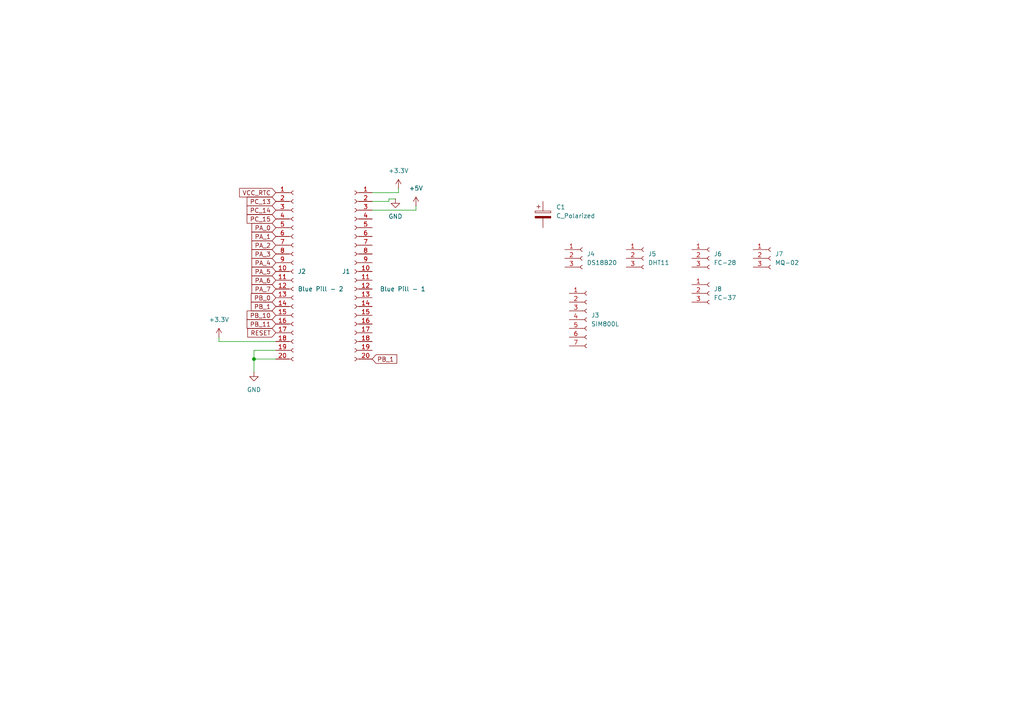
<source format=kicad_sch>
(kicad_sch (version 20250114) (generator "eeschema") (generator_version "9.0")
  (paper "A4")
  (lib_symbols
    (symbol "Connector:Conn_01x03_Socket" (pin_names (offset 1.016) (hide yes))
      (property "Reference" "J" (at 0 5.08 0))
      (property "Value" "Conn_01x03_Socket" (at 0 -5.08 0))
      (symbol "Conn_01x03_Socket_1_1"
        (polyline (pts (xy -1.27 2.54) (xy -0.508 2.54)) (stroke (width 0.1524)))
        (polyline (pts (xy -1.27 0) (xy -0.508 0)) (stroke (width 0.1524)))
        (polyline (pts (xy -1.27 -2.54) (xy -0.508 -2.54)) (stroke (width 0.1524)))
        (arc (start 0 2.032) (mid -0.5058 2.54) (end 0 3.048) (stroke (width 0.1524)))
        (arc (start 0 -0.508) (mid -0.5058 0) (end 0 0.508) (stroke (width 0.1524)))
        (arc (start 0 -3.048) (mid -0.5058 -2.54) (end 0 -2.032) (stroke (width 0.1524)))
        (pin passive line (at -5.08 2.54 0) (length 3.81) (name "Pin_1") (number "1"))
        (pin passive line (at -5.08 0 0) (length 3.81) (name "Pin_2") (number "2"))
        (pin passive line (at -5.08 -2.54 0) (length 3.81) (name "Pin_3") (number "3"))
      )
    )
    (symbol "Connector:Conn_01x07_Socket" (pin_names (offset 1.016) (hide yes))
      (property "Reference" "J" (at 0 10.16 0))
      (property "Value" "Conn_01x07_Socket" (at 0 -10.16 0))
      (symbol "Conn_01x07_Socket_1_1"
        (polyline (pts (xy -1.27 7.62) (xy -0.508 7.62)) (stroke (width 0.1524)))
        (polyline (pts (xy -1.27 5.08) (xy -0.508 5.08)) (stroke (width 0.1524)))
        (polyline (pts (xy -1.27 2.54) (xy -0.508 2.54)) (stroke (width 0.1524)))
        (polyline (pts (xy -1.27 0) (xy -0.508 0)) (stroke (width 0.1524)))
        (polyline (pts (xy -1.27 -2.54) (xy -0.508 -2.54)) (stroke (width 0.1524)))
        (polyline (pts (xy -1.27 -5.08) (xy -0.508 -5.08)) (stroke (width 0.1524)))
        (polyline (pts (xy -1.27 -7.62) (xy -0.508 -7.62)) (stroke (width 0.1524)))
        (arc (start 0 7.112) (mid -0.5058 7.62) (end 0 8.128) (stroke (width 0.1524)))
        (arc (start 0 4.572) (mid -0.5058 5.08) (end 0 5.588) (stroke (width 0.1524)))
        (arc (start 0 2.032) (mid -0.5058 2.54) (end 0 3.048) (stroke (width 0.1524)))
        (arc (start 0 -0.508) (mid -0.5058 0) (end 0 0.508) (stroke (width 0.1524)))
        (arc (start 0 -3.048) (mid -0.5058 -2.54) (end 0 -2.032) (stroke (width 0.1524)))
        (arc (start 0 -5.588) (mid -0.5058 -5.08) (end 0 -4.572) (stroke (width 0.1524)))
        (arc (start 0 -8.128) (mid -0.5058 -7.62) (end 0 -7.112) (stroke (width 0.1524)))
        (pin passive line (at -5.08 7.62 0) (length 3.81) (name "Pin_1") (number "1"))
        (pin passive line (at -5.08 5.08 0) (length 3.81) (name "Pin_2") (number "2"))
        (pin passive line (at -5.08 2.54 0) (length 3.81) (name "Pin_3") (number "3"))
        (pin passive line (at -5.08 0 0) (length 3.81) (name "Pin_4") (number "4"))
        (pin passive line (at -5.08 -2.54 0) (length 3.81) (name "Pin_5") (number "5"))
        (pin passive line (at -5.08 -5.08 0) (length 3.81) (name "Pin_6") (number "6"))
        (pin passive line (at -5.08 -7.62 0) (length 3.81) (name "Pin_7") (number "7"))
      )
    )
    (symbol "Connector:Conn_01x20_Socket" (pin_names (offset 1.016) (hide yes))
      (property "Reference" "J" (at 0 25.4 0))
      (property "Value" "Conn_01x20_Socket" (at 0 -27.94 0))
      (symbol "Conn_01x20_Socket_1_1"
        (polyline (pts (xy -1.27 22.86) (xy -0.508 22.86)) (stroke (width 0.1524)))
        (polyline (pts (xy -1.27 20.32) (xy -0.508 20.32)) (stroke (width 0.1524)))
        (polyline (pts (xy -1.27 17.78) (xy -0.508 17.78)) (stroke (width 0.1524)))
        (polyline (pts (xy -1.27 15.24) (xy -0.508 15.24)) (stroke (width 0.1524)))
        (polyline (pts (xy -1.27 12.7) (xy -0.508 12.7)) (stroke (width 0.1524)))
        (polyline (pts (xy -1.27 10.16) (xy -0.508 10.16)) (stroke (width 0.1524)))
        (polyline (pts (xy -1.27 7.62) (xy -0.508 7.62)) (stroke (width 0.1524)))
        (polyline (pts (xy -1.27 5.08) (xy -0.508 5.08)) (stroke (width 0.1524)))
        (polyline (pts (xy -1.27 2.54) (xy -0.508 2.54)) (stroke (width 0.1524)))
        (polyline (pts (xy -1.27 0) (xy -0.508 0)) (stroke (width 0.1524)))
        (polyline (pts (xy -1.27 -2.54) (xy -0.508 -2.54)) (stroke (width 0.1524)))
        (polyline (pts (xy -1.27 -5.08) (xy -0.508 -5.08)) (stroke (width 0.1524)))
        (polyline (pts (xy -1.27 -7.62) (xy -0.508 -7.62)) (stroke (width 0.1524)))
        (polyline (pts (xy -1.27 -10.16) (xy -0.508 -10.16)) (stroke (width 0.1524)))
        (polyline (pts (xy -1.27 -12.7) (xy -0.508 -12.7)) (stroke (width 0.1524)))
        (polyline (pts (xy -1.27 -15.24) (xy -0.508 -15.24)) (stroke (width 0.1524)))
        (polyline (pts (xy -1.27 -17.78) (xy -0.508 -17.78)) (stroke (width 0.1524)))
        (polyline (pts (xy -1.27 -20.32) (xy -0.508 -20.32)) (stroke (width 0.1524)))
        (polyline (pts (xy -1.27 -22.86) (xy -0.508 -22.86)) (stroke (width 0.1524)))
        (polyline (pts (xy -1.27 -25.4) (xy -0.508 -25.4)) (stroke (width 0.1524)))
        (arc (start 0 22.352) (mid -0.5058 22.86) (end 0 23.368) (stroke (width 0.1524)))
        (arc (start 0 19.812) (mid -0.5058 20.32) (end 0 20.828) (stroke (width 0.1524)))
        (arc (start 0 17.272) (mid -0.5058 17.78) (end 0 18.288) (stroke (width 0.1524)))
        (arc (start 0 14.732) (mid -0.5058 15.24) (end 0 15.748) (stroke (width 0.1524)))
        (arc (start 0 12.192) (mid -0.5058 12.7) (end 0 13.208) (stroke (width 0.1524)))
        (arc (start 0 9.652) (mid -0.5058 10.16) (end 0 10.668) (stroke (width 0.1524)))
        (arc (start 0 7.112) (mid -0.5058 7.62) (end 0 8.128) (stroke (width 0.1524)))
        (arc (start 0 4.572) (mid -0.5058 5.08) (end 0 5.588) (stroke (width 0.1524)))
        (arc (start 0 2.032) (mid -0.5058 2.54) (end 0 3.048) (stroke (width 0.1524)))
        (arc (start 0 -0.508) (mid -0.5058 0) (end 0 0.508) (stroke (width 0.1524)))
        (arc (start 0 -3.048) (mid -0.5058 -2.54) (end 0 -2.032) (stroke (width 0.1524)))
        (arc (start 0 -5.588) (mid -0.5058 -5.08) (end 0 -4.572) (stroke (width 0.1524)))
        (arc (start 0 -8.128) (mid -0.5058 -7.62) (end 0 -7.112) (stroke (width 0.1524)))
        (arc (start 0 -10.668) (mid -0.5058 -10.16) (end 0 -9.652) (stroke (width 0.1524)))
        (arc (start 0 -13.208) (mid -0.5058 -12.7) (end 0 -12.192) (stroke (width 0.1524)))
        (arc (start 0 -15.748) (mid -0.5058 -15.24) (end 0 -14.732) (stroke (width 0.1524)))
        (arc (start 0 -18.288) (mid -0.5058 -17.78) (end 0 -17.272) (stroke (width 0.1524)))
        (arc (start 0 -20.828) (mid -0.5058 -20.32) (end 0 -19.812) (stroke (width 0.1524)))
        (arc (start 0 -23.368) (mid -0.5058 -22.86) (end 0 -22.352) (stroke (width 0.1524)))
        (arc (start 0 -25.908) (mid -0.5058 -25.4) (end 0 -24.892) (stroke (width 0.1524)))
        (pin passive line (at -5.08 22.86 0) (length 3.81) (name "Pin_1") (number "1"))
        (pin passive line (at -5.08 20.32 0) (length 3.81) (name "Pin_2") (number "2"))
        (pin passive line (at -5.08 17.78 0) (length 3.81) (name "Pin_3") (number "3"))
        (pin passive line (at -5.08 15.24 0) (length 3.81) (name "Pin_4") (number "4"))
        (pin passive line (at -5.08 12.7 0) (length 3.81) (name "Pin_5") (number "5"))
        (pin passive line (at -5.08 10.16 0) (length 3.81) (name "Pin_6") (number "6"))
        (pin passive line (at -5.08 7.62 0) (length 3.81) (name "Pin_7") (number "7"))
        (pin passive line (at -5.08 5.08 0) (length 3.81) (name "Pin_8") (number "8"))
        (pin passive line (at -5.08 2.54 0) (length 3.81) (name "Pin_9") (number "9"))
        (pin passive line (at -5.08 0 0) (length 3.81) (name "Pin_10") (number "10"))
        (pin passive line (at -5.08 -2.54 0) (length 3.81) (name "Pin_11") (number "11"))
        (pin passive line (at -5.08 -5.08 0) (length 3.81) (name "Pin_12") (number "12"))
        (pin passive line (at -5.08 -7.62 0) (length 3.81) (name "Pin_13") (number "13"))
        (pin passive line (at -5.08 -10.16 0) (length 3.81) (name "Pin_14") (number "14"))
        (pin passive line (at -5.08 -12.7 0) (length 3.81) (name "Pin_15") (number "15"))
        (pin passive line (at -5.08 -15.24 0) (length 3.81) (name "Pin_16") (number "16"))
        (pin passive line (at -5.08 -17.78 0) (length 3.81) (name "Pin_17") (number "17"))
        (pin passive line (at -5.08 -20.32 0) (length 3.81) (name "Pin_18") (number "18"))
        (pin passive line (at -5.08 -22.86 0) (length 3.81) (name "Pin_19") (number "19"))
        (pin passive line (at -5.08 -25.4 0) (length 3.81) (name "Pin_20") (number "20"))
      )
    )
    (symbol "Device:C_Polarized" (pin_numbers (hide yes)) (pin_names (offset 0.254))
      (property "Reference" "C" (at 0.635 2.54 0))
      (property "Value" "C_Polarized" (at 0.635 -2.54 0))
      (symbol "C_Polarized_0_1"
        (rectangle (start -2.286 0.508) (end 2.286 1.016))
        (polyline (pts (xy -1.778 2.286) (xy -0.762 2.286)))
        (polyline (pts (xy -1.27 2.794) (xy -1.27 1.778)))
        (rectangle (start 2.286 -0.508) (end -2.286 -1.016) (fill (type outline)))
      )
      (symbol "C_Polarized_1_1"
        (pin passive line (at 0 3.81 270) (length 2.794) (name "~") (number "1"))
        (pin passive line (at 0 -3.81 90) (length 2.794) (name "~") (number "2"))
      )
    )
    (symbol "power:+3.3V" (power) (pin_numbers (hide yes)) (pin_names (offset 0) (hide yes))
      (property "Value" "+3.3V" (at 0 3.556 0))
      (symbol "+3.3V_0_1"
        (polyline (pts (xy -0.762 1.27) (xy 0 2.54)))
        (polyline (pts (xy 0 2.54) (xy 0.762 1.27)))
        (polyline (pts (xy 0 0) (xy 0 2.54)))
      )
      (symbol "+3.3V_1_1"
        (pin power_in line (at 0 0 90) (length 0) (name "~") (number "1"))
      )
    )
    (symbol "power:+5V" (power) (pin_numbers (hide yes)) (pin_names (offset 0) (hide yes))
      (property "Value" "+5V" (at 0 3.556 0))
      (symbol "+5V_0_1"
        (polyline (pts (xy -0.762 1.27) (xy 0 2.54)))
        (polyline (pts (xy 0 2.54) (xy 0.762 1.27)))
        (polyline (pts (xy 0 0) (xy 0 2.54)))
      )
      (symbol "+5V_1_1"
        (pin power_in line (at 0 0 90) (length 0) (name "~") (number "1"))
      )
    )
    (symbol "power:GND" (power) (pin_numbers (hide yes)) (pin_names (offset 0) (hide yes))
      (property "Value" "GND" (at 0 -3.81 0))
      (symbol "GND_0_1"
        (polyline (pts (xy 0 0) (xy 0 -1.27) (xy 1.27 -1.27) (xy 0 -2.54) (xy -1.27 -1.27) (xy 0 -1.27)))
      )
      (symbol "GND_1_1"
        (pin power_in line (at 0 0 270) (length 0) (name "~") (number "1"))
      )
    )
  )
  (junction (at 73.66 104.14))
  (wire (pts (xy 63.5 99.06) (xy 63.5 97.79)))
  (wire (pts (xy 63.5 99.06) (xy 80.01 99.06)))
  (wire (pts (xy 73.66 107.95) (xy 73.66 104.14)))
  (wire (pts (xy 107.95 55.88) (xy 115.57 55.88)))
  (wire (pts (xy 73.66 101.6) (xy 73.66 104.14)))
  (wire (pts (xy 80.01 101.6) (xy 73.66 101.6)))
  (wire (pts (xy 112.8055 58.42) (xy 107.95 58.42)))
  (wire (pts (xy 112.8055 57.6974) (xy 112.8055 58.42)))
  (wire (pts (xy 120.65 59.69) (xy 120.65 60.96)))
  (wire (pts (xy 115.57 55.88) (xy 115.57 54.61)))
  (wire (pts (xy 73.66 104.14) (xy 80.01 104.14)))
  (wire (pts (xy 120.65 60.96) (xy 107.95 60.96)))
  (wire (pts (xy 112.8055 57.6974) (xy 114.6909 57.6974)))
  (global_label "PA_5" (shape input) (at 80.01 78.74 180) (property "Intersheetrefs" "${INTERSHEET_REFS}" (effects (hide yes))))
  (global_label "PC_13" (shape input) (at 80.01 58.42 180) (property "Intersheetrefs" "${INTERSHEET_REFS}" (effects (hide yes))))
  (global_label "PA_4" (shape input) (at 80.01 76.2 180) (property "Intersheetrefs" "${INTERSHEET_REFS}" (effects (hide yes))))
  (global_label "PA_7" (shape input) (at 80.01 83.82 180) (property "Intersheetrefs" "${INTERSHEET_REFS}" (effects (hide yes))))
  (global_label "VCC_RTC" (shape input) (at 80.01 55.88 180) (property "Intersheetrefs" "${INTERSHEET_REFS}" (effects (hide yes))))
  (global_label "PC_15" (shape input) (at 80.01 63.5 180) (property "Intersheetrefs" "${INTERSHEET_REFS}" (effects (hide yes))))
  (global_label "PC_14" (shape input) (at 80.01 60.96 180) (property "Intersheetrefs" "${INTERSHEET_REFS}" (effects (hide yes))))
  (global_label "PA_3" (shape input) (at 80.01 73.66 180) (property "Intersheetrefs" "${INTERSHEET_REFS}" (effects (hide yes))))
  (global_label "PA_0" (shape input) (at 80.01 66.04 180) (property "Intersheetrefs" "${INTERSHEET_REFS}" (effects (hide yes))))
  (global_label "PA_1" (shape input) (at 80.01 68.58 180) (property "Intersheetrefs" "${INTERSHEET_REFS}" (effects (hide yes))))
  (global_label "PA_6" (shape input) (at 80.01 81.28 180) (property "Intersheetrefs" "${INTERSHEET_REFS}" (effects (hide yes))))
  (global_label "PB_1" (shape input) (at 107.95 104.14 0) (property "Intersheetrefs" "${INTERSHEET_REFS}" (effects (hide yes))))
  (global_label "PB_11" (shape input) (at 80.01 93.98 180) (property "Intersheetrefs" "${INTERSHEET_REFS}" (effects (hide yes))))
  (global_label "PB_10" (shape input) (at 80.01 91.44 180) (property "Intersheetrefs" "${INTERSHEET_REFS}" (effects (hide yes))))
  (global_label "PB_1" (shape input) (at 80.01 88.9 180) (property "Intersheetrefs" "${INTERSHEET_REFS}" (effects (hide yes))))
  (global_label "RESET" (shape input) (at 80.01 96.52 180) (property "Intersheetrefs" "${INTERSHEET_REFS}" (effects (hide yes))))
  (global_label "PB_0" (shape input) (at 80.01 86.36 180) (property "Intersheetrefs" "${INTERSHEET_REFS}" (effects (hide yes))))
  (global_label "PA_2" (shape input) (at 80.01 71.12 180) (property "Intersheetrefs" "${INTERSHEET_REFS}" (effects (hide yes))))
  (symbol (lib_id "Connector:Conn_01x07_Socket") (at 170.18 92.71 0) (unit 1)
    (property "Reference" "J3" (at 171.45 91.4399 0) (effects (justify left)))
    (property "Value" "SIM800L" (at 171.45 93.9799 0) (effects (justify left)))
    (property "Footprint" "Connector_PinSocket_2.54mm:PinSocket_1x07_P2.54mm_Vertical" (effects (hide yes)))
    (property "Description" "Generic connector, single row, 01x07, script generated" (effects (hide yes)))
  )
  (symbol (lib_id "power:+3.3V") (at 115.57 54.61 0) (unit 1)
    (property "Reference" "#PWR03" (effects (hide yes)))
    (property "Value" "+3.3V" (at 115.57 49.53 0))
    (property "Description" "Power symbol creates a global label with name \"+3.3V\"" (effects (hide yes)))
  )
  (symbol (lib_id "power:GND") (at 73.66 107.95 0) (unit 1)
    (property "Reference" "#PWR04" (effects (hide yes)))
    (property "Value" "GND" (at 73.66 113.03 0))
    (property "Description" "Power symbol creates a global label with name \"GND\" , ground" (effects (hide yes)))
  )
  (symbol (lib_id "Connector:Conn_01x03_Socket") (at 186.69 74.93 0) (unit 1)
    (property "Reference" "J5" (at 187.96 73.6599 0) (effects (justify left)))
    (property "Value" "DHT11" (at 187.96 76.1999 0) (effects (justify left)))
    (property "Footprint" "Connector_PinSocket_2.54mm:PinSocket_1x03_P2.54mm_Vertical" (effects (hide yes)))
    (property "Description" "Generic connector, single row, 01x03, script generated" (effects (hide yes)))
  )
  (symbol (lib_id "Connector:Conn_01x03_Socket") (at 205.74 85.09 0) (unit 1)
    (property "Reference" "J8" (at 207.01 83.8199 0) (effects (justify left)))
    (property "Value" "FC-37" (at 207.01 86.3599 0) (effects (justify left)))
    (property "Footprint" "Connector_PinSocket_2.54mm:PinSocket_1x03_P2.54mm_Vertical" (effects (hide yes)))
    (property "Description" "Generic connector, single row, 01x03, script generated" (effects (hide yes)))
  )
  (symbol (lib_id "Connector:Conn_01x20_Socket") (at 102.87 78.74 0) (mirror y) (unit 1)
    (property "Reference" "J1" (at 101.6 78.7399 0) (effects (justify left)))
    (property "Value" "Blue Pill - 1" (at 123.444 83.82 0) (effects (justify left)))
    (property "Footprint" "Connector_PinHeader_2.54mm:PinHeader_1x20_P2.54mm_Vertical" (effects (hide yes)))
    (property "Description" "Generic connector, single row, 01x20, script generated" (effects (hide yes)))
  )
  (symbol (lib_id "Connector:Conn_01x03_Socket") (at 223.52 74.93 0) (unit 1)
    (property "Reference" "J7" (at 224.79 73.6599 0) (effects (justify left)))
    (property "Value" "MQ-02" (at 224.79 76.1999 0) (effects (justify left)))
    (property "Footprint" "Connector_PinSocket_2.54mm:PinSocket_1x03_P2.54mm_Vertical" (effects (hide yes)))
    (property "Description" "Generic connector, single row, 01x03, script generated" (effects (hide yes)))
  )
  (symbol (lib_id "Connector:Conn_01x20_Socket") (at 85.09 78.74 0) (unit 1)
    (property "Reference" "J2" (at 86.36 78.7399 0) (effects (justify left)))
    (property "Value" "Blue Pill - 2" (at 86.36 83.82 0) (effects (justify left)))
    (property "Footprint" "Connector_PinHeader_2.54mm:PinHeader_1x20_P2.54mm_Vertical" (effects (hide yes)))
    (property "Description" "Generic connector, single row, 01x20, script generated" (effects (hide yes)))
  )
  (symbol (lib_id "power:+3.3V") (at 63.5 97.79 0) (unit 1)
    (property "Reference" "#PWR05" (effects (hide yes)))
    (property "Value" "+3.3V" (at 63.5 92.71 0))
    (property "Description" "Power symbol creates a global label with name \"+3.3V\"" (effects (hide yes)))
  )
  (symbol (lib_id "Connector:Conn_01x03_Socket") (at 205.74 74.93 0) (unit 1)
    (property "Reference" "J6" (at 207.01 73.6599 0) (effects (justify left)))
    (property "Value" "FC-28" (at 207.01 76.1999 0) (effects (justify left)))
    (property "Footprint" "Connector_PinSocket_2.54mm:PinSocket_1x03_P2.54mm_Vertical" (effects (hide yes)))
    (property "Description" "Generic connector, single row, 01x03, script generated" (effects (hide yes)))
  )
  (symbol (lib_id "power:GND") (at 114.6909 57.6974 0) (unit 1)
    (property "Reference" "#PWR01" (effects (hide yes)))
    (property "Value" "GND" (at 114.6909 62.7774 0))
    (property "Description" "Power symbol creates a global label with name \"GND\" , ground" (effects (hide yes)))
  )
  (symbol (lib_id "Connector:Conn_01x03_Socket") (at 168.91 74.93 0) (unit 1)
    (property "Reference" "J4" (at 170.18 73.6599 0) (effects (justify left)))
    (property "Value" "DS18B20" (at 170.18 76.1999 0) (effects (justify left)))
    (property "Footprint" "Connector_PinSocket_2.54mm:PinSocket_1x03_P2.54mm_Vertical" (effects (hide yes)))
    (property "Description" "Generic connector, single row, 01x03, script generated" (effects (hide yes)))
  )
  (symbol (lib_id "power:+5V") (at 120.65 59.69 0) (unit 1)
    (property "Reference" "#PWR02" (effects (hide yes)))
    (property "Value" "+5V" (at 120.65 54.61 0))
    (property "Description" "Power symbol creates a global label with name \"+5V\"" (effects (hide yes)))
  )
  (symbol (lib_id "Device:C_Polarized") (at 157.48 62.23 0) (unit 1)
    (property "Reference" "C1" (at 161.29 60.0709 0) (effects (justify left)))
    (property "Value" "C_Polarized" (at 161.29 62.6109 0) (effects (justify left)))
    (property "Footprint" "Capacitor_THT:CP_Radial_D17.0mm_P7.50mm" (effects (hide yes)))
    (property "Description" "Polarized capacitor" (effects (hide yes)))
  )
)
</source>
